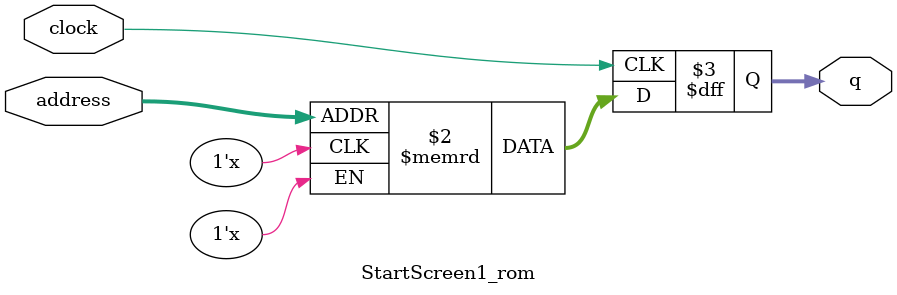
<source format=sv>
module StartScreen1_rom (
	input logic clock,
	input logic [14:0] address,
	output logic [3:0] q
);

logic [3:0] memory [0:19199] /* synthesis ram_init_file = "./StartScreen1/StartScreen1.mif" */;

always_ff @ (posedge clock) begin
	q <= memory[address];
end

endmodule

</source>
